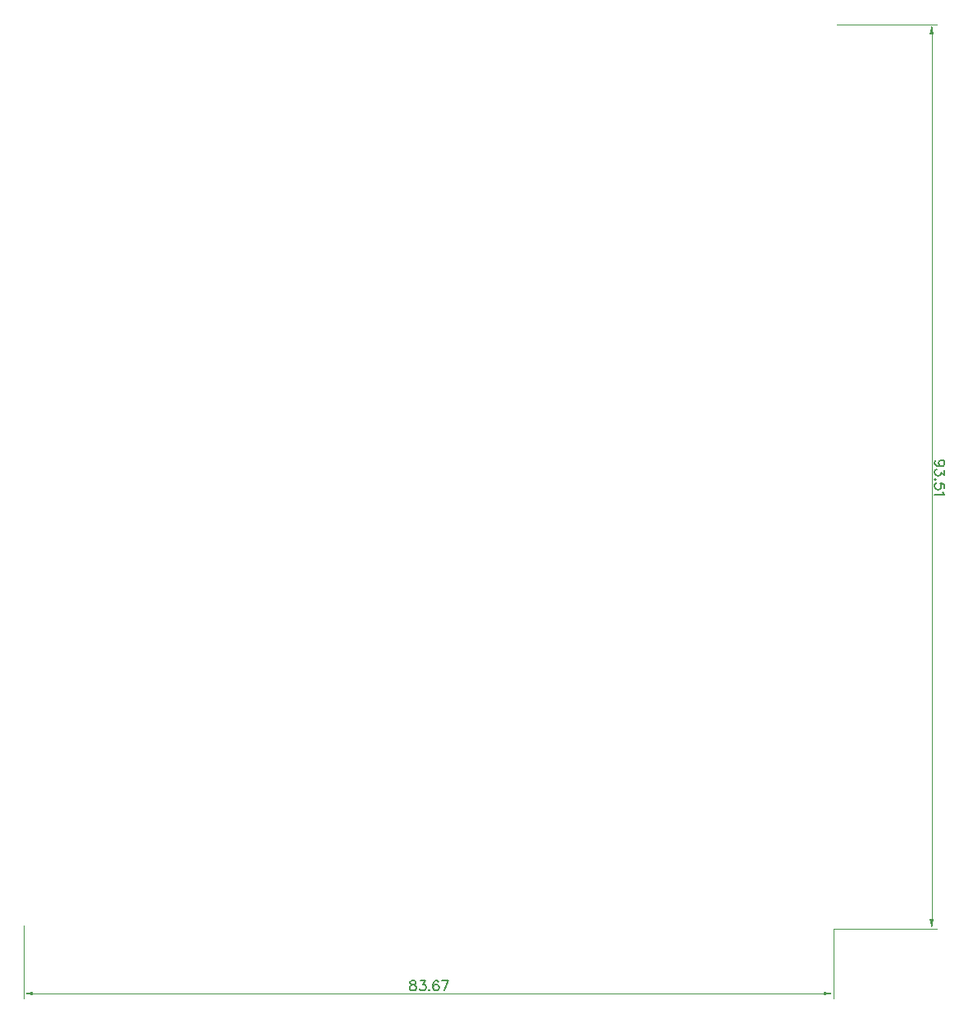
<source format=gbr>
G04 DipTrace 2.4.0.2*
%INTopDimension.gbr*%
%MOMM*%
%ADD12C,0.064*%
%ADD112C,0.157*%
%FSLAX53Y53*%
G04*
G71*
G90*
G75*
G01*
%LNTopDimension*%
%LPD*%
X93988Y103514D2*
D12*
X104331D1*
X93670Y10000D2*
X104331D1*
X103831Y56757D2*
Y102514D1*
G36*
Y103514D2*
X104031Y102514D1*
X103631D1*
X103831Y103514D1*
G37*
Y56757D2*
D12*
Y11000D1*
G36*
Y10000D2*
X103631Y11000D1*
X104031D1*
X103831Y10000D1*
G37*
X10000Y10318D2*
D12*
Y2832D1*
X93670Y10000D2*
Y2832D1*
X51835Y3332D2*
X11000D1*
G36*
X10000D2*
X11000Y3532D1*
Y3132D1*
X10000Y3332D1*
G37*
X51835D2*
D12*
X92670D1*
G36*
X93670D2*
X92670Y3132D1*
Y3532D1*
X93670Y3332D1*
G37*
X104822Y57841D2*
D112*
X104676Y57890D1*
X104578Y57987D1*
X104530Y58133D1*
Y58181D1*
X104578Y58327D1*
X104676Y58424D1*
X104822Y58473D1*
X104870D1*
X105016Y58424D1*
X105113Y58327D1*
X105161Y58181D1*
Y58133D1*
X105113Y57987D1*
X105016Y57890D1*
X104822Y57841D1*
X104578D1*
X104336Y57890D1*
X104190Y57987D1*
X104141Y58133D1*
Y58230D1*
X104190Y58376D1*
X104287Y58424D1*
X105161Y57430D2*
Y56896D1*
X104772Y57187D1*
Y57041D1*
X104724Y56944D1*
X104676Y56896D1*
X104530Y56847D1*
X104433D1*
X104287Y56896D1*
X104190Y56993D1*
X104141Y57139D1*
Y57285D1*
X104190Y57430D1*
X104239Y57478D1*
X104336Y57527D1*
X104239Y56485D2*
X104190Y56533D1*
X104141Y56485D1*
X104190Y56435D1*
X104239Y56485D1*
X105161Y55539D2*
Y56024D1*
X104724Y56072D1*
X104772Y56024D1*
X104822Y55878D1*
Y55733D1*
X104772Y55587D1*
X104676Y55489D1*
X104530Y55441D1*
X104433D1*
X104287Y55489D1*
X104190Y55587D1*
X104141Y55733D1*
Y55878D1*
X104190Y56024D1*
X104239Y56072D1*
X104336Y56121D1*
X104967Y55127D2*
X105016Y55029D1*
X105161Y54883D1*
X104141D1*
X50144Y4662D2*
X49999Y4613D1*
X49950Y4517D1*
Y4419D1*
X49999Y4323D1*
X50096Y4273D1*
X50290Y4225D1*
X50436Y4177D1*
X50532Y4079D1*
X50581Y3982D1*
Y3836D1*
X50532Y3740D1*
X50484Y3690D1*
X50338Y3642D1*
X50144D1*
X49999Y3690D1*
X49950Y3740D1*
X49901Y3836D1*
Y3982D1*
X49950Y4079D1*
X50047Y4177D1*
X50192Y4225D1*
X50386Y4273D1*
X50484Y4323D1*
X50532Y4419D1*
Y4517D1*
X50484Y4613D1*
X50338Y4662D1*
X50144D1*
X50992D2*
X51526D1*
X51235Y4273D1*
X51381D1*
X51477Y4225D1*
X51526Y4177D1*
X51575Y4031D1*
Y3934D1*
X51526Y3788D1*
X51429Y3690D1*
X51283Y3642D1*
X51137D1*
X50992Y3690D1*
X50944Y3740D1*
X50894Y3836D1*
X51937Y3740D2*
X51889Y3690D1*
X51937Y3642D1*
X51986Y3690D1*
X51937Y3740D1*
X52883Y4517D2*
X52835Y4613D1*
X52689Y4662D1*
X52592D1*
X52446Y4613D1*
X52348Y4467D1*
X52300Y4225D1*
Y3982D1*
X52348Y3788D1*
X52446Y3690D1*
X52592Y3642D1*
X52640D1*
X52785Y3690D1*
X52883Y3788D1*
X52931Y3934D1*
Y3982D1*
X52883Y4128D1*
X52785Y4225D1*
X52640Y4273D1*
X52592D1*
X52446Y4225D1*
X52348Y4128D1*
X52300Y3982D1*
X53439Y3642D2*
X53926Y4662D1*
X53245D1*
M02*

</source>
